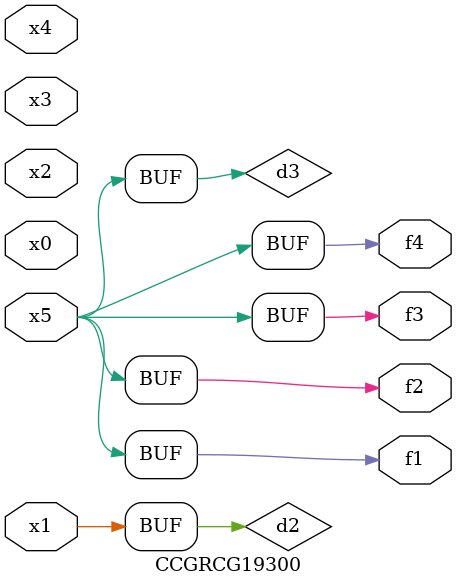
<source format=v>
module CCGRCG19300(
	input x0, x1, x2, x3, x4, x5,
	output f1, f2, f3, f4
);

	wire d1, d2, d3;

	not (d1, x5);
	or (d2, x1);
	xnor (d3, d1);
	assign f1 = d3;
	assign f2 = d3;
	assign f3 = d3;
	assign f4 = d3;
endmodule

</source>
